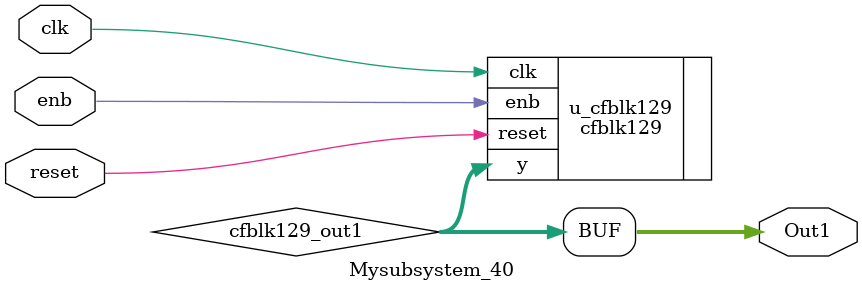
<source format=v>



`timescale 1 ns / 1 ns

module Mysubsystem_40
          (clk,
           reset,
           enb,
           Out1);


  input   clk;
  input   reset;
  input   enb;
  output  [7:0] Out1;  // uint8


  wire [7:0] cfblk129_out1;  // uint8


  cfblk129 u_cfblk129 (.clk(clk),
                       .reset(reset),
                       .enb(enb),
                       .y(cfblk129_out1)  // uint8
                       );

  assign Out1 = cfblk129_out1;

endmodule  // Mysubsystem_40


</source>
